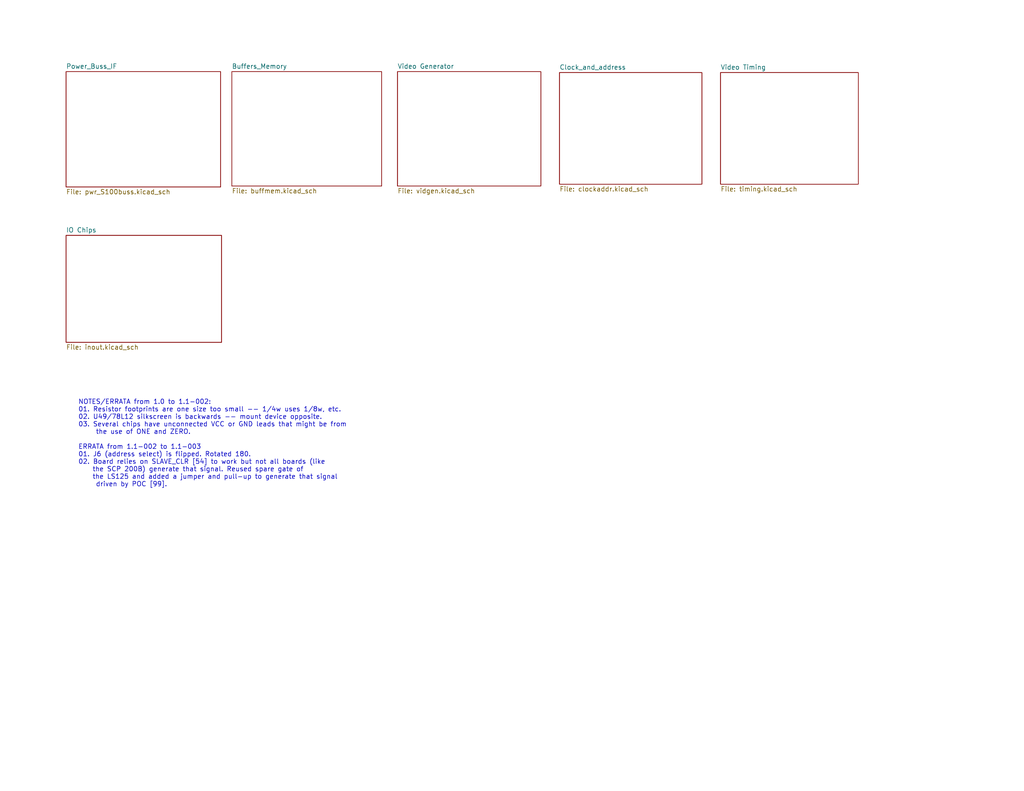
<source format=kicad_sch>
(kicad_sch (version 20211123) (generator eeschema)
  (paper "USLetter")
  (title_block (title "Lomas Color Magic Redux") (date "2024-06-08") (rev "1.1-003") (company "Lomas Data Produtcs") (comment 1 "Redraw/modifications (c) Richard A. Cini") (comment 2 "Schematic page 1A"))
  (lib_symbols)
  (text "NOTES/ERRATA from 1.0 to 1.1-002:\n01. Resistor footprints are one size too small -- 1/4w uses 1/8w, etc. \n02. U49/78L12 silkscreen is backwards -- mount device opposite.\n03. Several chips have unconnected VCC or GND leads that might be from\n	the use of ONE and ZERO.\n\nERRATA from 1.1-002 to 1.1-003\n01. J6 (address select) is flipped. Rotated 180.\n02. Board relies on SLAVE_CLR [54] to work but not all boards (like\n    the SCP 200B) generate that signal. Reused spare gate of\n    the LS125 and added a jumper and pull-up to generate that signal\n	driven by POC [99].\n" (at 21.336 133.096 0) (effects (font (size 1.27 1.27)) (justify left bottom)))
  (sheet (at 63.246 19.558) (size 40.894 31.242) (stroke (width 0.1524))
    (property "Sheet name" "Buffers_Memory" (at 63.246 18.8464 0) (effects (justify left bottom)))
    (property "Sheet file" "buffmem.kicad_sch" (at 63.246 51.3846 0) (effects (justify left top)))
  )
  (sheet (at 18.034 64.262) (size 42.418 29.21) (stroke (width 0.1524))
    (property "Sheet name" "IO Chips" (at 18.034 63.5504 0) (effects (justify left bottom)))
    (property "Sheet file" "inout.kicad_sch" (at 18.034 94.0566 0) (effects (justify left top)))
  )
  (sheet (at 18.034 19.558) (size 42.164 31.496) (stroke (width 0.1524))
    (property "Sheet name" "Power_Buss_IF" (at 18.034 18.8464 0) (effects (justify left bottom)))
    (property "Sheet file" "pwr_S100buss.kicad_sch" (at 18.034 51.6386 0) (effects (justify left top)))
  )
  (sheet (at 152.654 19.812) (size 38.862 30.48) (stroke (width 0.1524))
    (property "Sheet name" "Clock_and_address" (at 152.654 19.1004 0) (effects (justify left bottom)))
    (property "Sheet file" "clockaddr.kicad_sch" (at 152.654 50.8766 0) (effects (justify left top)))
  )
  (sheet (at 108.458 19.558) (size 39.116 31.242) (stroke (width 0.1524))
    (property "Sheet name" "Video Generator" (at 108.458 18.8464 0) (effects (justify left bottom)))
    (property "Sheet file" "vidgen.kicad_sch" (at 108.458 51.3846 0) (effects (justify left top)))
  )
  (sheet (at 196.596 19.812) (size 37.592 30.48) (stroke (width 0.1524))
    (property "Sheet name" "Video Timing" (at 196.596 19.1004 0) (effects (justify left bottom)))
    (property "Sheet file" "timing.kicad_sch" (at 196.596 50.8766 0) (effects (justify left top)))
  )
)
</source>
